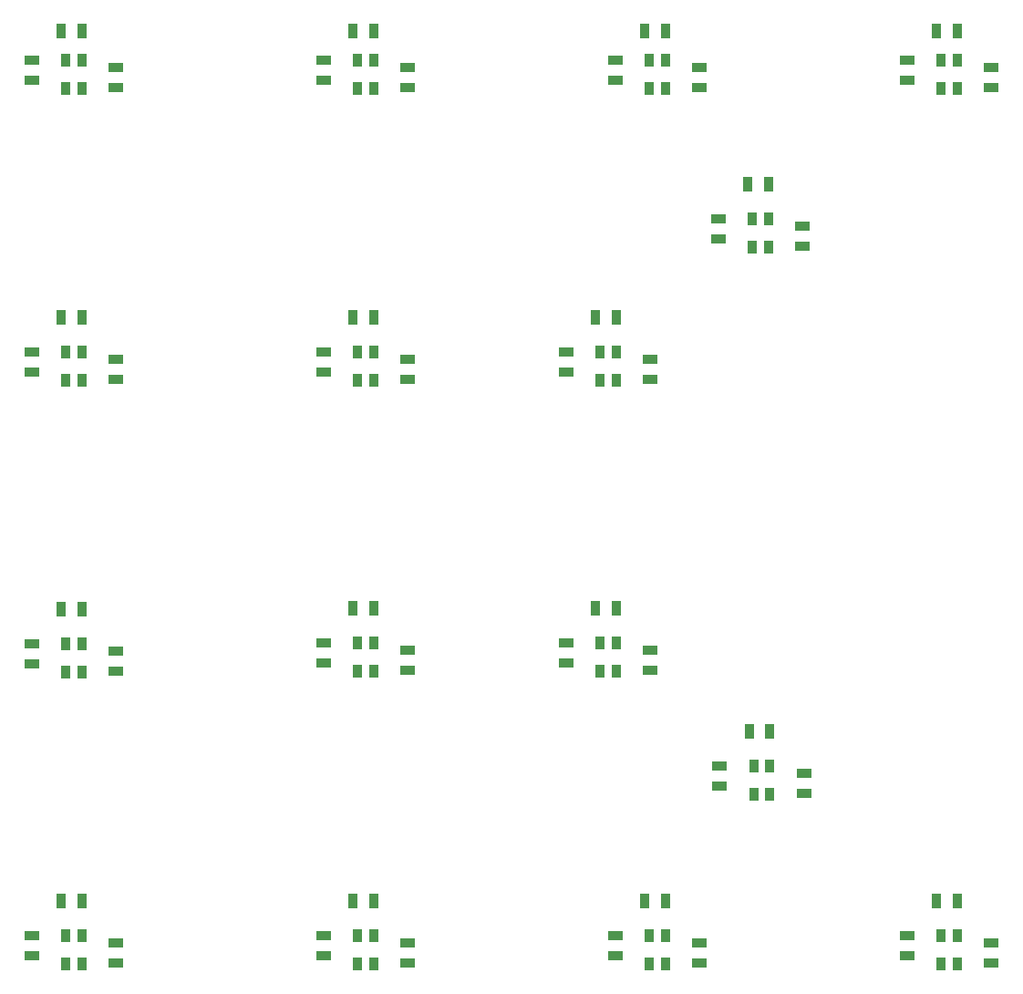
<source format=gbp>
G04*
G04 #@! TF.GenerationSoftware,Altium Limited,Altium Designer,20.1.11 (218)*
G04*
G04 Layer_Color=128*
%FSAX25Y25*%
%MOIN*%
G70*
G04*
G04 #@! TF.SameCoordinates,36D762F2-7D11-4B17-9C95-3B267CE7B041*
G04*
G04*
G04 #@! TF.FilePolarity,Positive*
G04*
G01*
G75*
%ADD16R,0.03543X0.04724*%
%ADD17R,0.05433X0.03622*%
%ADD19R,0.03622X0.05433*%
D16*
X0352096Y-0349783D02*
D03*
X0357904D02*
D03*
X0352096Y-0360216D02*
D03*
X0357904D02*
D03*
X0245430Y-0349783D02*
D03*
X0251237D02*
D03*
X0245430Y-0360216D02*
D03*
X0251237D02*
D03*
X0138763Y-0349783D02*
D03*
X0144570D02*
D03*
X0138763Y-0360216D02*
D03*
X0144570D02*
D03*
X0283596Y-0287784D02*
D03*
X0289404D02*
D03*
X0283596Y-0298217D02*
D03*
X0289404D02*
D03*
X0032096Y-0349783D02*
D03*
X0037903D02*
D03*
X0032096Y-0360216D02*
D03*
X0037903D02*
D03*
X0227430Y-0242753D02*
D03*
X0233237D02*
D03*
X0227430Y-0253186D02*
D03*
X0233237D02*
D03*
X0138763Y-0242753D02*
D03*
X0144570D02*
D03*
X0138763Y-0253186D02*
D03*
X0144570D02*
D03*
X0032096Y-0243117D02*
D03*
X0037903D02*
D03*
X0032096Y-0253550D02*
D03*
X0037903D02*
D03*
X0283097Y-0087783D02*
D03*
X0288903D02*
D03*
X0283097Y-0098216D02*
D03*
X0288903D02*
D03*
X0227430Y-0136450D02*
D03*
X0233237D02*
D03*
X0227430Y-0146883D02*
D03*
X0233237D02*
D03*
X0138763Y-0136450D02*
D03*
X0144570D02*
D03*
X0138763Y-0146883D02*
D03*
X0144570D02*
D03*
X0032096Y-0136450D02*
D03*
X0037903D02*
D03*
X0032096Y-0146883D02*
D03*
X0037903D02*
D03*
X0352097Y-0029783D02*
D03*
X0357904D02*
D03*
X0352097Y-0040217D02*
D03*
X0357904D02*
D03*
X0245430Y-0029783D02*
D03*
X0251237D02*
D03*
X0245430Y-0040217D02*
D03*
X0251237D02*
D03*
X0138763Y-0029783D02*
D03*
X0144570D02*
D03*
X0138763Y-0040217D02*
D03*
X0144570D02*
D03*
X0032096Y-0029783D02*
D03*
X0037903D02*
D03*
X0032096Y-0040217D02*
D03*
X0037903D02*
D03*
D17*
X0271096Y-0287784D02*
D03*
Y-0295303D02*
D03*
X0301904Y-0290480D02*
D03*
Y-0298000D02*
D03*
X0245737Y-0245450D02*
D03*
Y-0252969D02*
D03*
X0157070Y-0139147D02*
D03*
Y-0146667D02*
D03*
X0245737Y-0139147D02*
D03*
Y-0146667D02*
D03*
X0214930Y-0136450D02*
D03*
Y-0143970D02*
D03*
X0126263Y-0136450D02*
D03*
Y-0143970D02*
D03*
X0232930Y-0029783D02*
D03*
Y-0037303D02*
D03*
X0263737Y-0032480D02*
D03*
Y-0040000D02*
D03*
X0370404Y-0032480D02*
D03*
Y-0040000D02*
D03*
X0339596Y-0029783D02*
D03*
Y-0037303D02*
D03*
X0019596Y-0029783D02*
D03*
Y-0037303D02*
D03*
X0050403Y-0032480D02*
D03*
Y-0040000D02*
D03*
X0126263Y-0029783D02*
D03*
Y-0037303D02*
D03*
X0157070Y-0032480D02*
D03*
Y-0040000D02*
D03*
X0019596Y-0136450D02*
D03*
Y-0143970D02*
D03*
X0050403Y-0139147D02*
D03*
Y-0146667D02*
D03*
X0157070Y-0245450D02*
D03*
Y-0252969D02*
D03*
X0126263Y-0242753D02*
D03*
Y-0250272D02*
D03*
X0214930Y-0242753D02*
D03*
Y-0250272D02*
D03*
X0339596Y-0349783D02*
D03*
Y-0357303D02*
D03*
X0370404Y-0352480D02*
D03*
Y-0360000D02*
D03*
X0301403Y-0090480D02*
D03*
Y-0098000D02*
D03*
X0270596Y-0087783D02*
D03*
Y-0095303D02*
D03*
X0126263Y-0349783D02*
D03*
Y-0357303D02*
D03*
X0263737Y-0352480D02*
D03*
Y-0360000D02*
D03*
X0232930Y-0349783D02*
D03*
Y-0357303D02*
D03*
X0157070Y-0352480D02*
D03*
Y-0360000D02*
D03*
X0019596Y-0243117D02*
D03*
Y-0250637D02*
D03*
X0050403Y-0245814D02*
D03*
Y-0253333D02*
D03*
Y-0360000D02*
D03*
Y-0352480D02*
D03*
X0019596Y-0357303D02*
D03*
Y-0349783D02*
D03*
D19*
X0350384Y-0019284D02*
D03*
X0357904D02*
D03*
X0243717D02*
D03*
X0251237D02*
D03*
X0137050D02*
D03*
X0144570D02*
D03*
X0030384D02*
D03*
X0037903D02*
D03*
X0233237Y-0123950D02*
D03*
X0225717D02*
D03*
X0144570D02*
D03*
X0137050D02*
D03*
X0037903D02*
D03*
X0030384D02*
D03*
X0144570Y-0230253D02*
D03*
X0137050D02*
D03*
X0233237D02*
D03*
X0225717D02*
D03*
X0357904Y-0337283D02*
D03*
X0350384D02*
D03*
X0288903Y-0075283D02*
D03*
X0281384D02*
D03*
X0289404Y-0275284D02*
D03*
X0281884D02*
D03*
X0251237Y-0337283D02*
D03*
X0243717D02*
D03*
X0144570D02*
D03*
X0137050D02*
D03*
X0037903Y-0230617D02*
D03*
X0030384D02*
D03*
Y-0337283D02*
D03*
X0037903D02*
D03*
M02*

</source>
